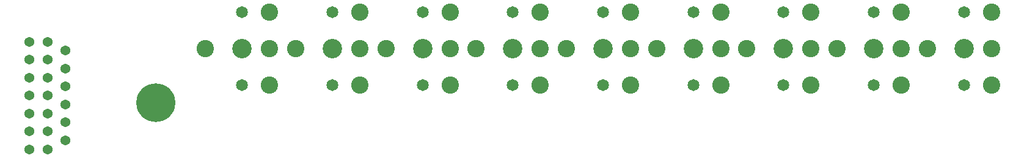
<source format=gbs>
%TF.GenerationSoftware,KiCad,Pcbnew,5.1.12-1.fc35*%
%TF.CreationDate,2022-04-23T06:03:32-07:00*%
%TF.ProjectId,right,72696768-742e-46b6-9963-61645f706362,v1.1*%
%TF.SameCoordinates,Original*%
%TF.FileFunction,Soldermask,Bot*%
%TF.FilePolarity,Negative*%
%FSLAX46Y46*%
G04 Gerber Fmt 4.6, Leading zero omitted, Abs format (unit mm)*
G04 Created by KiCad (PCBNEW 5.1.12-1.fc35) date 2022-04-23 06:03:32*
%MOMM*%
%LPD*%
G01*
G04 APERTURE LIST*
%ADD10C,1.363600*%
%ADD11C,2.401600*%
%ADD12C,2.701600*%
%ADD13C,1.651600*%
%ADD14C,5.401600*%
G04 APERTURE END LIST*
D10*
%TO.C,J1*%
X82000000Y-110000000D03*
X82000000Y-107500000D03*
X82000000Y-105000000D03*
X82000000Y-102500000D03*
X82000000Y-100000000D03*
X82000000Y-97500000D03*
X82000000Y-95000000D03*
X87000000Y-108750000D03*
X87000000Y-106250000D03*
X87000000Y-103750000D03*
X87000000Y-101250000D03*
X87000000Y-98750000D03*
X87000000Y-96250000D03*
X84500000Y-110000000D03*
X84500000Y-107500000D03*
X84500000Y-105000000D03*
X84500000Y-102500000D03*
X84500000Y-100000000D03*
X84500000Y-97500000D03*
X84500000Y-95000000D03*
%TD*%
D11*
%TO.C,F11*%
X140310000Y-90920000D03*
X140310000Y-96000000D03*
D12*
X136500000Y-96000000D03*
D11*
X140310000Y-101080000D03*
X131420000Y-96000000D03*
D13*
X136500000Y-90920000D03*
X136500000Y-101080000D03*
%TD*%
D11*
%TO.C,F9*%
X115310000Y-90920000D03*
X115310000Y-96000000D03*
D12*
X111500000Y-96000000D03*
D11*
X115310000Y-101080000D03*
X106420000Y-96000000D03*
D13*
X111500000Y-90920000D03*
X111500000Y-101080000D03*
%TD*%
D11*
%TO.C,F10*%
X127810000Y-90920000D03*
X127810000Y-96000000D03*
D12*
X124000000Y-96000000D03*
D11*
X127810000Y-101080000D03*
X118920000Y-96000000D03*
D13*
X124000000Y-90920000D03*
X124000000Y-101080000D03*
%TD*%
D11*
%TO.C,F12*%
X152810000Y-90920000D03*
X152810000Y-96000000D03*
D12*
X149000000Y-96000000D03*
D11*
X152810000Y-101080000D03*
X143920000Y-96000000D03*
D13*
X149000000Y-90920000D03*
X149000000Y-101080000D03*
%TD*%
D11*
%TO.C,P-S1*%
X165310000Y-90920000D03*
X165310000Y-96000000D03*
D12*
X161500000Y-96000000D03*
D11*
X165310000Y-101080000D03*
X156420000Y-96000000D03*
D13*
X161500000Y-90920000D03*
X161500000Y-101080000D03*
%TD*%
D11*
%TO.C,S-L1*%
X177810000Y-90920000D03*
X177810000Y-96000000D03*
D12*
X174000000Y-96000000D03*
D11*
X177810000Y-101080000D03*
X168920000Y-96000000D03*
D13*
X174000000Y-90920000D03*
X174000000Y-101080000D03*
%TD*%
D11*
%TO.C,P-B1*%
X190310000Y-90920000D03*
X190310000Y-96000000D03*
D12*
X186500000Y-96000000D03*
D11*
X190310000Y-101080000D03*
X181420000Y-96000000D03*
D13*
X186500000Y-90920000D03*
X186500000Y-101080000D03*
%TD*%
D11*
%TO.C,KP1*%
X202810000Y-90920000D03*
X202810000Y-96000000D03*
D12*
X199000000Y-96000000D03*
D11*
X202810000Y-101080000D03*
X193920000Y-96000000D03*
D13*
X199000000Y-90920000D03*
X199000000Y-101080000D03*
%TD*%
D11*
%TO.C,PG1*%
X215310000Y-90920000D03*
X215310000Y-96000000D03*
D12*
X211500000Y-96000000D03*
D11*
X215310000Y-101080000D03*
X206420000Y-96000000D03*
D13*
X211500000Y-90920000D03*
X211500000Y-101080000D03*
%TD*%
D14*
%TO.C,H1*%
X99500000Y-103500000D03*
%TD*%
M02*

</source>
